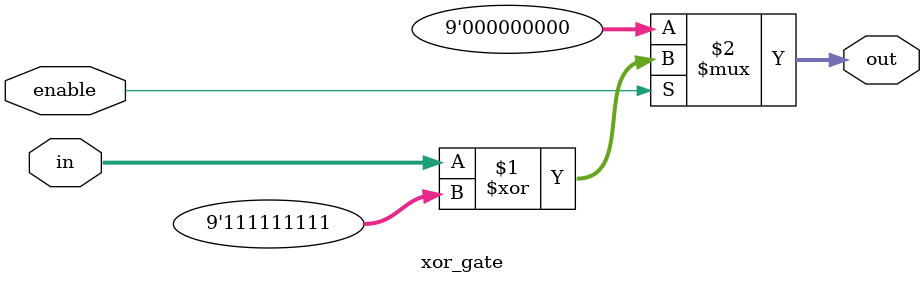
<source format=v>
`timescale 1ns / 1ps

module xor_gate #(
    parameter WIDTH = 9
) (
    input wire enable,
    input wire [WIDTH-1:0] in,
    output wire [WIDTH-1:0] out
);
    assign out = enable ? in ^ {WIDTH{1'b1}} : {WIDTH{1'b0}};
    
endmodule
</source>
